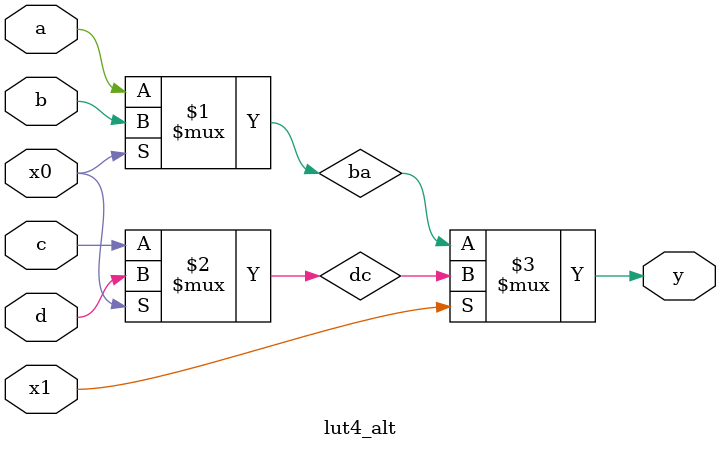
<source format=sv>
module lut4_alt
(
    input  a, b, c, d, x0, x1,
    output y
);

    wire   ba = x0 ? b  : a;
    wire   dc = x0 ? d  : c;
    assign y  = x1 ? dc : ba;

endmodule

</source>
